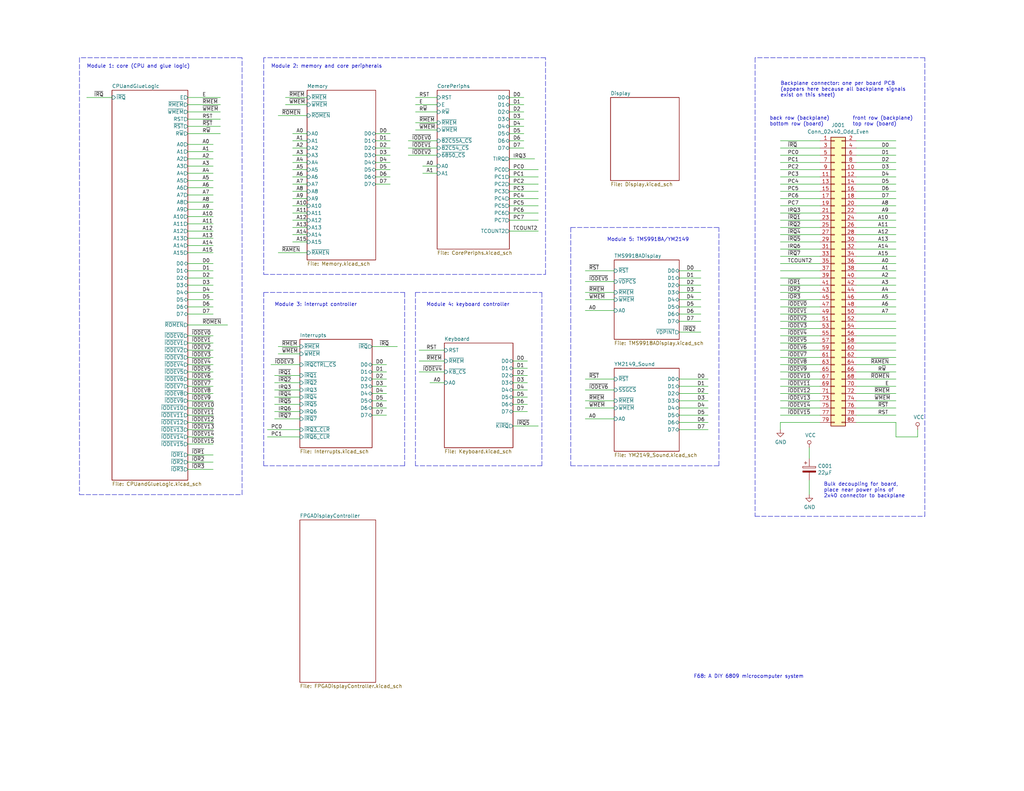
<source format=kicad_sch>
(kicad_sch (version 20250114) (generator "eeschema") (generator_version "9.0")
  (paper "User" 359.994 278.206)
  (lib_symbols
    (symbol "Connector_Generic:Conn_02x40_Odd_Even" (pin_names (offset 1.016) (hide yes))
      (property "Reference" "J" (at 1.27 50.8 0))
      (property "Value" "Conn_02x40_Odd_Even" (at 1.27 -53.34 0))
      (symbol "Conn_02x40_Odd_Even_1_1"
        (rectangle (start -1.27 49.53) (end 3.81 -52.07) (stroke (width 0.254)) (fill (type background)))
        (rectangle (start -1.27 48.387) (end 0 48.133) (stroke (width 0.1524)))
        (rectangle (start -1.27 45.847) (end 0 45.593) (stroke (width 0.1524)))
        (rectangle (start -1.27 43.307) (end 0 43.053) (stroke (width 0.1524)))
        (rectangle (start -1.27 40.767) (end 0 40.513) (stroke (width 0.1524)))
        (rectangle (start -1.27 38.227) (end 0 37.973) (stroke (width 0.1524)))
        (rectangle (start -1.27 35.687) (end 0 35.433) (stroke (width 0.1524)))
        (rectangle (start -1.27 33.147) (end 0 32.893) (stroke (width 0.1524)))
        (rectangle (start -1.27 30.607) (end 0 30.353) (stroke (width 0.1524)))
        (rectangle (start -1.27 28.067) (end 0 27.813) (stroke (width 0.1524)))
        (rectangle (start -1.27 25.527) (end 0 25.273) (stroke (width 0.1524)))
        (rectangle (start -1.27 22.987) (end 0 22.733) (stroke (width 0.1524)))
        (rectangle (start -1.27 20.447) (end 0 20.193) (stroke (width 0.1524)))
        (rectangle (start -1.27 17.907) (end 0 17.653) (stroke (width 0.1524)))
        (rectangle (start -1.27 15.367) (end 0 15.113) (stroke (width 0.1524)))
        (rectangle (start -1.27 12.827) (end 0 12.573) (stroke (width 0.1524)))
        (rectangle (start -1.27 10.287) (end 0 10.033) (stroke (width 0.1524)))
        (rectangle (start -1.27 7.747) (end 0 7.493) (stroke (width 0.1524)))
        (rectangle (start -1.27 5.207) (end 0 4.953) (stroke (width 0.1524)))
        (rectangle (start -1.27 2.667) (end 0 2.413) (stroke (width 0.1524)))
        (rectangle (start -1.27 0.127) (end 0 -0.127) (stroke (width 0.1524)))
        (rectangle (start -1.27 -2.413) (end 0 -2.667) (stroke (width 0.1524)))
        (rectangle (start -1.27 -4.953) (end 0 -5.207) (stroke (width 0.1524)))
        (rectangle (start -1.27 -7.493) (end 0 -7.747) (stroke (width 0.1524)))
        (rectangle (start -1.27 -10.033) (end 0 -10.287) (stroke (width 0.1524)))
        (rectangle (start -1.27 -12.573) (end 0 -12.827) (stroke (width 0.1524)))
        (rectangle (start -1.27 -15.113) (end 0 -15.367) (stroke (width 0.1524)))
        (rectangle (start -1.27 -17.653) (end 0 -17.907) (stroke (width 0.1524)))
        (rectangle (start -1.27 -20.193) (end 0 -20.447) (stroke (width 0.1524)))
        (rectangle (start -1.27 -22.733) (end 0 -22.987) (stroke (width 0.1524)))
        (rectangle (start -1.27 -25.273) (end 0 -25.527) (stroke (width 0.1524)))
        (rectangle (start -1.27 -27.813) (end 0 -28.067) (stroke (width 0.1524)))
        (rectangle (start -1.27 -30.353) (end 0 -30.607) (stroke (width 0.1524)))
        (rectangle (start -1.27 -32.893) (end 0 -33.147) (stroke (width 0.1524)))
        (rectangle (start -1.27 -35.433) (end 0 -35.687) (stroke (width 0.1524)))
        (rectangle (start -1.27 -37.973) (end 0 -38.227) (stroke (width 0.1524)))
        (rectangle (start -1.27 -40.513) (end 0 -40.767) (stroke (width 0.1524)))
        (rectangle (start -1.27 -43.053) (end 0 -43.307) (stroke (width 0.1524)))
        (rectangle (start -1.27 -45.593) (end 0 -45.847) (stroke (width 0.1524)))
        (rectangle (start -1.27 -48.133) (end 0 -48.387) (stroke (width 0.1524)))
        (rectangle (start -1.27 -50.673) (end 0 -50.927) (stroke (width 0.1524)))
        (rectangle (start 3.81 48.387) (end 2.54 48.133) (stroke (width 0.1524)))
        (rectangle (start 3.81 45.847) (end 2.54 45.593) (stroke (width 0.1524)))
        (rectangle (start 3.81 43.307) (end 2.54 43.053) (stroke (width 0.1524)))
        (rectangle (start 3.81 40.767) (end 2.54 40.513) (stroke (width 0.1524)))
        (rectangle (start 3.81 38.227) (end 2.54 37.973) (stroke (width 0.1524)))
        (rectangle (start 3.81 35.687) (end 2.54 35.433) (stroke (width 0.1524)))
        (rectangle (start 3.81 33.147) (end 2.54 32.893) (stroke (width 0.1524)))
        (rectangle (start 3.81 30.607) (end 2.54 30.353) (stroke (width 0.1524)))
        (rectangle (start 3.81 28.067) (end 2.54 27.813) (stroke (width 0.1524)))
        (rectangle (start 3.81 25.527) (end 2.54 25.273) (stroke (width 0.1524)))
        (rectangle (start 3.81 22.987) (end 2.54 22.733) (stroke (width 0.1524)))
        (rectangle (start 3.81 20.447) (end 2.54 20.193) (stroke (width 0.1524)))
        (rectangle (start 3.81 17.907) (end 2.54 17.653) (stroke (width 0.1524)))
        (rectangle (start 3.81 15.367) (end 2.54 15.113) (stroke (width 0.1524)))
        (rectangle (start 3.81 12.827) (end 2.54 12.573) (stroke (width 0.1524)))
        (rectangle (start 3.81 10.287) (end 2.54 10.033) (stroke (width 0.1524)))
        (rectangle (start 3.81 7.747) (end 2.54 7.493) (stroke (width 0.1524)))
        (rectangle (start 3.81 5.207) (end 2.54 4.953) (stroke (width 0.1524)))
        (rectangle (start 3.81 2.667) (end 2.54 2.413) (stroke (width 0.1524)))
        (rectangle (start 3.81 0.127) (end 2.54 -0.127) (stroke (width 0.1524)))
        (rectangle (start 3.81 -2.413) (end 2.54 -2.667) (stroke (width 0.1524)))
        (rectangle (start 3.81 -4.953) (end 2.54 -5.207) (stroke (width 0.1524)))
        (rectangle (start 3.81 -7.493) (end 2.54 -7.747) (stroke (width 0.1524)))
        (rectangle (start 3.81 -10.033) (end 2.54 -10.287) (stroke (width 0.1524)))
        (rectangle (start 3.81 -12.573) (end 2.54 -12.827) (stroke (width 0.1524)))
        (rectangle (start 3.81 -15.113) (end 2.54 -15.367) (stroke (width 0.1524)))
        (rectangle (start 3.81 -17.653) (end 2.54 -17.907) (stroke (width 0.1524)))
        (rectangle (start 3.81 -20.193) (end 2.54 -20.447) (stroke (width 0.1524)))
        (rectangle (start 3.81 -22.733) (end 2.54 -22.987) (stroke (width 0.1524)))
        (rectangle (start 3.81 -25.273) (end 2.54 -25.527) (stroke (width 0.1524)))
        (rectangle (start 3.81 -27.813) (end 2.54 -28.067) (stroke (width 0.1524)))
        (rectangle (start 3.81 -30.353) (end 2.54 -30.607) (stroke (width 0.1524)))
        (rectangle (start 3.81 -32.893) (end 2.54 -33.147) (stroke (width 0.1524)))
        (rectangle (start 3.81 -35.433) (end 2.54 -35.687) (stroke (width 0.1524)))
        (rectangle (start 3.81 -37.973) (end 2.54 -38.227) (stroke (width 0.1524)))
        (rectangle (start 3.81 -40.513) (end 2.54 -40.767) (stroke (width 0.1524)))
        (rectangle (start 3.81 -43.053) (end 2.54 -43.307) (stroke (width 0.1524)))
        (rectangle (start 3.81 -45.593) (end 2.54 -45.847) (stroke (width 0.1524)))
        (rectangle (start 3.81 -48.133) (end 2.54 -48.387) (stroke (width 0.1524)))
        (rectangle (start 3.81 -50.673) (end 2.54 -50.927) (stroke (width 0.1524)))
        (pin passive line (at -5.08 48.26 0) (length 3.81) (name "Pin_1") (number "1"))
        (pin passive line (at -5.08 45.72 0) (length 3.81) (name "Pin_3") (number "3"))
        (pin passive line (at -5.08 43.18 0) (length 3.81) (name "Pin_5") (number "5"))
        (pin passive line (at -5.08 40.64 0) (length 3.81) (name "Pin_7") (number "7"))
        (pin passive line (at -5.08 38.1 0) (length 3.81) (name "Pin_9") (number "9"))
        (pin passive line (at -5.08 35.56 0) (length 3.81) (name "Pin_11") (number "11"))
        (pin passive line (at -5.08 33.02 0) (length 3.81) (name "Pin_13") (number "13"))
        (pin passive line (at -5.08 30.48 0) (length 3.81) (name "Pin_15") (number "15"))
        (pin passive line (at -5.08 27.94 0) (length 3.81) (name "Pin_17") (number "17"))
        (pin passive line (at -5.08 25.4 0) (length 3.81) (name "Pin_19") (number "19"))
        (pin passive line (at -5.08 22.86 0) (length 3.81) (name "Pin_21") (number "21"))
        (pin passive line (at -5.08 20.32 0) (length 3.81) (name "Pin_23") (number "23"))
        (pin passive line (at -5.08 17.78 0) (length 3.81) (name "Pin_25") (number "25"))
        (pin passive line (at -5.08 15.24 0) (length 3.81) (name "Pin_27") (number "27"))
        (pin passive line (at -5.08 12.7 0) (length 3.81) (name "Pin_29") (number "29"))
        (pin passive line (at -5.08 10.16 0) (length 3.81) (name "Pin_31") (number "31"))
        (pin passive line (at -5.08 7.62 0) (length 3.81) (name "Pin_33") (number "33"))
        (pin passive line (at -5.08 5.08 0) (length 3.81) (name "Pin_35") (number "35"))
        (pin passive line (at -5.08 2.54 0) (length 3.81) (name "Pin_37") (number "37"))
        (pin passive line (at -5.08 0 0) (length 3.81) (name "Pin_39") (number "39"))
        (pin passive line (at -5.08 -2.54 0) (length 3.81) (name "Pin_41") (number "41"))
        (pin passive line (at -5.08 -5.08 0) (length 3.81) (name "Pin_43") (number "43"))
        (pin passive line (at -5.08 -7.62 0) (length 3.81) (name "Pin_45") (number "45"))
        (pin passive line (at -5.08 -10.16 0) (length 3.81) (name "Pin_47") (number "47"))
        (pin passive line (at -5.08 -12.7 0) (length 3.81) (name "Pin_49") (number "49"))
        (pin passive line (at -5.08 -15.24 0) (length 3.81) (name "Pin_51") (number "51"))
        (pin passive line (at -5.08 -17.78 0) (length 3.81) (name "Pin_53") (number "53"))
        (pin passive line (at -5.08 -20.32 0) (length 3.81) (name "Pin_55") (number "55"))
        (pin passive line (at -5.08 -22.86 0) (length 3.81) (name "Pin_57") (number "57"))
        (pin passive line (at -5.08 -25.4 0) (length 3.81) (name "Pin_59") (number "59"))
        (pin passive line (at -5.08 -27.94 0) (length 3.81) (name "Pin_61") (number "61"))
        (pin passive line (at -5.08 -30.48 0) (length 3.81) (name "Pin_63") (number "63"))
        (pin passive line (at -5.08 -33.02 0) (length 3.81) (name "Pin_65") (number "65"))
        (pin passive line (at -5.08 -35.56 0) (length 3.81) (name "Pin_67") (number "67"))
        (pin passive line (at -5.08 -38.1 0) (length 3.81) (name "Pin_69") (number "69"))
        (pin passive line (at -5.08 -40.64 0) (length 3.81) (name "Pin_71") (number "71"))
        (pin passive line (at -5.08 -43.18 0) (length 3.81) (name "Pin_73") (number "73"))
        (pin passive line (at -5.08 -45.72 0) (length 3.81) (name "Pin_75") (number "75"))
        (pin passive line (at -5.08 -48.26 0) (length 3.81) (name "Pin_77") (number "77"))
        (pin passive line (at -5.08 -50.8 0) (length 3.81) (name "Pin_79") (number "79"))
        (pin passive line (at 7.62 48.26 180) (length 3.81) (name "Pin_2") (number "2"))
        (pin passive line (at 7.62 45.72 180) (length 3.81) (name "Pin_4") (number "4"))
        (pin passive line (at 7.62 43.18 180) (length 3.81) (name "Pin_6") (number "6"))
        (pin passive line (at 7.62 40.64 180) (length 3.81) (name "Pin_8") (number "8"))
        (pin passive line (at 7.62 38.1 180) (length 3.81) (name "Pin_10") (number "10"))
        (pin passive line (at 7.62 35.56 180) (length 3.81) (name "Pin_12") (number "12"))
        (pin passive line (at 7.62 33.02 180) (length 3.81) (name "Pin_14") (number "14"))
        (pin passive line (at 7.62 30.48 180) (length 3.81) (name "Pin_16") (number "16"))
        (pin passive line (at 7.62 27.94 180) (length 3.81) (name "Pin_18") (number "18"))
        (pin passive line (at 7.62 25.4 180) (length 3.81) (name "Pin_20") (number "20"))
        (pin passive line (at 7.62 22.86 180) (length 3.81) (name "Pin_22") (number "22"))
        (pin passive line (at 7.62 20.32 180) (length 3.81) (name "Pin_24") (number "24"))
        (pin passive line (at 7.62 17.78 180) (length 3.81) (name "Pin_26") (number "26"))
        (pin passive line (at 7.62 15.24 180) (length 3.81) (name "Pin_28") (number "28"))
        (pin passive line (at 7.62 12.7 180) (length 3.81) (name "Pin_30") (number "30"))
        (pin passive line (at 7.62 10.16 180) (length 3.81) (name "Pin_32") (number "32"))
        (pin passive line (at 7.62 7.62 180) (length 3.81) (name "Pin_34") (number "34"))
        (pin passive line (at 7.62 5.08 180) (length 3.81) (name "Pin_36") (number "36"))
        (pin passive line (at 7.62 2.54 180) (length 3.81) (name "Pin_38") (number "38"))
        (pin passive line (at 7.62 0 180) (length 3.81) (name "Pin_40") (number "40"))
        (pin passive line (at 7.62 -2.54 180) (length 3.81) (name "Pin_42") (number "42"))
        (pin passive line (at 7.62 -5.08 180) (length 3.81) (name "Pin_44") (number "44"))
        (pin passive line (at 7.62 -7.62 180) (length 3.81) (name "Pin_46") (number "46"))
        (pin passive line (at 7.62 -10.16 180) (length 3.81) (name "Pin_48") (number "48"))
        (pin passive line (at 7.62 -12.7 180) (length 3.81) (name "Pin_50") (number "50"))
        (pin passive line (at 7.62 -15.24 180) (length 3.81) (name "Pin_52") (number "52"))
        (pin passive line (at 7.62 -17.78 180) (length 3.81) (name "Pin_54") (number "54"))
        (pin passive line (at 7.62 -20.32 180) (length 3.81) (name "Pin_56") (number "56"))
        (pin passive line (at 7.62 -22.86 180) (length 3.81) (name "Pin_58") (number "58"))
        (pin passive line (at 7.62 -25.4 180) (length 3.81) (name "Pin_60") (number "60"))
        (pin passive line (at 7.62 -27.94 180) (length 3.81) (name "Pin_62") (number "62"))
        (pin passive line (at 7.62 -30.48 180) (length 3.81) (name "Pin_64") (number "64"))
        (pin passive line (at 7.62 -33.02 180) (length 3.81) (name "Pin_66") (number "66"))
        (pin passive line (at 7.62 -35.56 180) (length 3.81) (name "Pin_68") (number "68"))
        (pin passive line (at 7.62 -38.1 180) (length 3.81) (name "Pin_70") (number "70"))
        (pin passive line (at 7.62 -40.64 180) (length 3.81) (name "Pin_72") (number "72"))
        (pin passive line (at 7.62 -43.18 180) (length 3.81) (name "Pin_74") (number "74"))
        (pin passive line (at 7.62 -45.72 180) (length 3.81) (name "Pin_76") (number "76"))
        (pin passive line (at 7.62 -48.26 180) (length 3.81) (name "Pin_78") (number "78"))
        (pin passive line (at 7.62 -50.8 180) (length 3.81) (name "Pin_80") (number "80"))
      )
    )
    (symbol "device:CP" (pin_numbers (hide yes)) (pin_names (offset 0.254))
      (property "Reference" "C" (at 0.635 2.54 0))
      (property "Value" "CP" (at 0.635 -2.54 0))
      (symbol "CP_0_1"
        (rectangle (start -2.286 0.508) (end -2.286 1.016))
        (rectangle (start -2.286 0.508) (end 2.286 0.508))
        (polyline (pts (xy -1.778 2.286) (xy -0.762 2.286)))
        (polyline (pts (xy -1.27 2.794) (xy -1.27 1.778)))
        (rectangle (start 2.286 1.016) (end -2.286 1.016))
        (rectangle (start 2.286 1.016) (end 2.286 0.508))
        (rectangle (start 2.286 -0.508) (end -2.286 -1.016) (fill (type outline)))
      )
      (symbol "CP_1_1"
        (pin passive line (at 0 3.81 270) (length 2.794) (name "~") (number "1"))
        (pin passive line (at 0 -3.81 90) (length 2.794) (name "~") (number "2"))
      )
    )
    (symbol "power:GND" (power) (pin_names (offset 0))
      (property "Value" "GND" (at 0 -3.81 0))
      (symbol "GND_0_1"
        (polyline (pts (xy 0 0) (xy 0 -1.27) (xy 1.27 -1.27) (xy 0 -2.54) (xy -1.27 -1.27) (xy 0 -1.27)))
      )
      (symbol "GND_1_1"
        (pin power_in line (at 0 0 270) (length 0) (hide yes) (name "GND") (number "1"))
      )
    )
    (symbol "power:VCC" (power) (pin_names (offset 0))
      (property "Value" "VCC" (at 0 3.81 0))
      (symbol "VCC_0_1"
        (circle (center 0 1.905) (radius 0.635))
        (polyline (pts (xy 0 0) (xy 0 1.27)))
      )
      (symbol "VCC_1_1"
        (pin power_in line (at 0 0 90) (length 0) (hide yes) (name "VCC") (number "1"))
      )
    )
  )
  (text "Module 4: keyboard controller" (at 149.86 107.95 0) (effects (font (size 1.27 1.27)) (justify left bottom)))
  (text "Module 1: core (CPU and glue logic)" (at 30.48 24.13 0) (effects (font (size 1.27 1.27)) (justify left bottom)))
  (text "Module 3: interrupt controller" (at 96.52 107.95 0) (effects (font (size 1.27 1.27)) (justify left bottom)))
  (text "back row (backplane)\nbottom row (board)" (at 270.51 44.45 0) (effects (font (size 1.27 1.27)) (justify left bottom)))
  (text "Module 5: TMS9918A/YM2149" (at 213.36 85.09 0) (effects (font (size 1.27 1.27)) (justify left bottom)))
  (text "Backplane connector: one per board PCB\n(appears here because all backplane signals\nexist on this sheet)" (at 274.32 34.29 0) (effects (font (size 1.27 1.27)) (justify left bottom)))
  (text "front row (backplane)\ntop row (board)" (at 299.72 44.45 0) (effects (font (size 1.27 1.27)) (justify left bottom)))
  (text "Module 2: memory and core peripherals" (at 95.25 24.13 0) (effects (font (size 1.27 1.27)) (justify left bottom)))
  (text "F68: A DIY 6809 microcomputer system" (at 243.84 238.76 0) (effects (font (size 1.27 1.27)) (justify left bottom)))
  (text "Bulk decoupling for board,\nplace near power pins of\n2x40 connector to backplane" (at 289.56 175.26 0) (effects (font (size 1.27 1.27)) (justify left bottom)))
  (wire (pts (xy 102.87 82.55) (xy 107.95 82.55)))
  (wire (pts (xy 130.81 138.43) (xy 135.89 138.43)))
  (wire (pts (xy 130.81 135.89) (xy 135.89 135.89)))
  (wire (pts (xy 300.99 138.43) (xy 314.96 138.43)))
  (wire (pts (xy 66.04 118.11) (xy 74.93 118.11)))
  (wire (pts (xy 147.32 123.19) (xy 156.21 123.19)))
  (wire (pts (xy 274.32 82.55) (xy 288.29 82.55)))
  (wire (pts (xy 102.87 59.69) (xy 107.95 59.69)))
  (wire (pts (xy 274.32 80.01) (xy 288.29 80.01)))
  (wire (pts (xy 97.79 40.64) (xy 107.95 40.64)))
  (wire (pts (xy 274.32 54.61) (xy 288.29 54.61)))
  (wire (pts (xy 300.99 130.81) (xy 314.96 130.81)))
  (wire (pts (xy 139.7 121.92) (xy 130.81 121.92)))
  (wire (pts (xy 300.99 87.63) (xy 314.96 87.63)))
  (wire (pts (xy 238.76 105.41) (xy 246.38 105.41)))
  (wire (pts (xy 238.76 100.33) (xy 246.38 100.33)))
  (wire (pts (xy 153.67 34.29) (xy 146.05 34.29)))
  (wire (pts (xy 274.32 85.09) (xy 288.29 85.09)))
  (wire (pts (xy 300.99 148.59) (xy 314.96 148.59)))
  (wire (pts (xy 102.87 64.77) (xy 107.95 64.77)))
  (wire (pts (xy 274.32 105.41) (xy 288.29 105.41)))
  (wire (pts (xy 180.34 134.62) (xy 185.42 134.62)))
  (wire (pts (xy 180.34 127) (xy 185.42 127)))
  (wire (pts (xy 300.99 49.53) (xy 314.96 49.53)))
  (wire (pts (xy 66.04 128.27) (xy 74.93 128.27)))
  (wire (pts (xy 66.04 120.65) (xy 74.93 120.65)))
  (wire (pts (xy 102.87 52.07) (xy 107.95 52.07)))
  (wire (pts (xy 238.76 135.89) (xy 248.92 135.89)))
  (wire (pts (xy 143.51 52.07) (xy 153.67 52.07)))
  (wire (pts (xy 300.99 146.05) (xy 314.96 146.05)))
  (wire (pts (xy 66.04 88.9) (xy 74.93 88.9)))
  (wire (pts (xy 300.99 95.25) (xy 314.96 95.25)))
  (wire (pts (xy 132.08 46.99) (xy 137.16 46.99)))
  (wire (pts (xy 66.04 102.87) (xy 74.93 102.87)))
  (wire (pts (xy 96.52 139.7) (xy 105.41 139.7)))
  (wire (pts (xy 238.76 138.43) (xy 248.92 138.43)))
  (wire (pts (xy 205.74 140.97) (xy 215.9 140.97)))
  (wire (pts (xy 179.07 72.39) (xy 189.23 72.39)))
  (wire (pts (xy 274.32 77.47) (xy 288.29 77.47)))
  (wire (pts (xy 322.58 153.67) (xy 322.58 151.13)))
  (wire (pts (xy 66.04 83.82) (xy 74.93 83.82)))
  (wire (pts (xy 300.99 62.23) (xy 314.96 62.23)))
  (polyline (pts (xy 325.12 181.61) (xy 325.12 20.32)) (stroke (width 0) (type dash)))
  (wire (pts (xy 66.04 105.41) (xy 74.93 105.41)))
  (wire (pts (xy 66.04 153.67) (xy 74.93 153.67)))
  (wire (pts (xy 274.32 128.27) (xy 288.29 128.27)))
  (wire (pts (xy 300.99 107.95) (xy 314.96 107.95)))
  (wire (pts (xy 180.34 139.7) (xy 185.42 139.7)))
  (wire (pts (xy 238.76 116.84) (xy 246.38 116.84)))
  (wire (pts (xy 274.32 107.95) (xy 288.29 107.95)))
  (wire (pts (xy 179.07 77.47) (xy 189.23 77.47)))
  (wire (pts (xy 66.04 76.2) (xy 74.93 76.2)))
  (polyline (pts (xy 142.24 163.83) (xy 92.71 163.83)) (stroke (width 0) (type dash)))
  (wire (pts (xy 238.76 133.35) (xy 248.92 133.35)))
  (wire (pts (xy 274.32 118.11) (xy 288.29 118.11)))
  (wire (pts (xy 66.04 34.29) (xy 77.47 34.29)))
  (wire (pts (xy 66.04 50.8) (xy 74.93 50.8)))
  (wire (pts (xy 153.67 36.83) (xy 146.05 36.83)))
  (wire (pts (xy 66.04 78.74) (xy 74.93 78.74)))
  (wire (pts (xy 300.99 69.85) (xy 314.96 69.85)))
  (wire (pts (xy 274.32 125.73) (xy 288.29 125.73)))
  (wire (pts (xy 66.04 114.3) (xy 80.01 114.3)))
  (wire (pts (xy 66.04 146.05) (xy 74.93 146.05)))
  (wire (pts (xy 300.99 133.35) (xy 314.96 133.35)))
  (wire (pts (xy 274.32 67.31) (xy 288.29 67.31)))
  (wire (pts (xy 66.04 46.99) (xy 77.47 46.99)))
  (wire (pts (xy 300.99 54.61) (xy 314.96 54.61)))
  (wire (pts (xy 179.07 59.69) (xy 189.23 59.69)))
  (wire (pts (xy 179.07 81.28) (xy 189.23 81.28)))
  (wire (pts (xy 238.76 146.05) (xy 248.92 146.05)))
  (wire (pts (xy 314.96 148.59) (xy 314.96 153.67)))
  (wire (pts (xy 274.32 138.43) (xy 288.29 138.43)))
  (wire (pts (xy 300.99 100.33) (xy 314.96 100.33)))
  (wire (pts (xy 130.81 130.81) (xy 135.89 130.81)))
  (wire (pts (xy 205.74 105.41) (xy 215.9 105.41)))
  (wire (pts (xy 66.04 58.42) (xy 74.93 58.42)))
  (wire (pts (xy 274.32 115.57) (xy 288.29 115.57)))
  (wire (pts (xy 96.52 134.62) (xy 105.41 134.62)))
  (polyline (pts (xy 252.73 163.83) (xy 252.73 80.01)) (stroke (width 0) (type dash)))
  (polyline (pts (xy 85.09 173.99) (xy 85.09 20.32)) (stroke (width 0) (type dash)))
  (wire (pts (xy 102.87 46.99) (xy 107.95 46.99)))
  (wire (pts (xy 274.32 69.85) (xy 288.29 69.85)))
  (wire (pts (xy 300.99 128.27) (xy 314.96 128.27)))
  (wire (pts (xy 274.32 74.93) (xy 288.29 74.93)))
  (wire (pts (xy 66.04 92.71) (xy 74.93 92.71)))
  (wire (pts (xy 180.34 149.86) (xy 189.23 149.86)))
  (wire (pts (xy 300.99 118.11) (xy 314.96 118.11)))
  (wire (pts (xy 66.04 97.79) (xy 74.93 97.79)))
  (wire (pts (xy 179.07 41.91) (xy 184.15 41.91)))
  (wire (pts (xy 300.99 125.73) (xy 314.96 125.73)))
  (wire (pts (xy 102.87 54.61) (xy 107.95 54.61)))
  (wire (pts (xy 148.59 60.96) (xy 153.67 60.96)))
  (wire (pts (xy 274.32 146.05) (xy 288.29 146.05)))
  (wire (pts (xy 66.04 138.43) (xy 74.93 138.43)))
  (wire (pts (xy 274.32 72.39) (xy 288.29 72.39)))
  (wire (pts (xy 66.04 140.97) (xy 74.93 140.97)))
  (polyline (pts (xy 142.24 102.87) (xy 142.24 163.83)) (stroke (width 0) (type dash)))
  (wire (pts (xy 66.04 55.88) (xy 74.93 55.88)))
  (wire (pts (xy 179.07 46.99) (xy 184.15 46.99)))
  (wire (pts (xy 205.74 147.32) (xy 215.9 147.32)))
  (wire (pts (xy 107.95 88.9) (xy 97.79 88.9)))
  (wire (pts (xy 66.04 100.33) (xy 74.93 100.33)))
  (polyline (pts (xy 92.71 96.52) (xy 191.77 96.52)) (stroke (width 0) (type dash)))
  (wire (pts (xy 300.99 105.41) (xy 314.96 105.41)))
  (wire (pts (xy 97.79 121.92) (xy 105.41 121.92)))
  (wire (pts (xy 179.07 67.31) (xy 189.23 67.31)))
  (wire (pts (xy 300.99 97.79) (xy 314.96 97.79)))
  (wire (pts (xy 66.04 143.51) (xy 74.93 143.51)))
  (wire (pts (xy 143.51 54.61) (xy 153.67 54.61)))
  (wire (pts (xy 180.34 132.08) (xy 185.42 132.08)))
  (wire (pts (xy 102.87 69.85) (xy 107.95 69.85)))
  (wire (pts (xy 96.52 147.32) (xy 105.41 147.32)))
  (wire (pts (xy 274.32 133.35) (xy 288.29 133.35)))
  (wire (pts (xy 300.99 92.71) (xy 314.96 92.71)))
  (polyline (pts (xy 325.12 20.32) (xy 265.43 20.32)) (stroke (width 0) (type dash)))
  (wire (pts (xy 132.08 64.77) (xy 137.16 64.77)))
  (wire (pts (xy 274.32 57.15) (xy 288.29 57.15)))
  (wire (pts (xy 132.08 54.61) (xy 137.16 54.61)))
  (wire (pts (xy 66.04 36.83) (xy 77.47 36.83)))
  (wire (pts (xy 300.99 143.51) (xy 314.96 143.51)))
  (wire (pts (xy 179.07 52.07) (xy 184.15 52.07)))
  (wire (pts (xy 274.32 52.07) (xy 288.29 52.07)))
  (wire (pts (xy 300.99 67.31) (xy 314.96 67.31)))
  (wire (pts (xy 66.04 130.81) (xy 74.93 130.81)))
  (wire (pts (xy 147.32 130.81) (xy 156.21 130.81)))
  (wire (pts (xy 274.32 97.79) (xy 288.29 97.79)))
  (wire (pts (xy 179.07 49.53) (xy 184.15 49.53)))
  (wire (pts (xy 205.74 133.35) (xy 215.9 133.35)))
  (wire (pts (xy 146.05 45.72) (xy 153.67 45.72)))
  (polyline (pts (xy 200.66 80.01) (xy 200.66 163.83)) (stroke (width 0) (type dash)))
  (wire (pts (xy 102.87 85.09) (xy 107.95 85.09)))
  (wire (pts (xy 274.32 62.23) (xy 288.29 62.23)))
  (polyline (pts (xy 265.43 181.61) (xy 325.12 181.61)) (stroke (width 0) (type dash)))
  (wire (pts (xy 274.32 130.81) (xy 288.29 130.81)))
  (wire (pts (xy 238.76 95.25) (xy 246.38 95.25)))
  (wire (pts (xy 66.04 107.95) (xy 74.93 107.95)))
  (wire (pts (xy 274.32 59.69) (xy 288.29 59.69)))
  (wire (pts (xy 300.99 110.49) (xy 314.96 110.49)))
  (wire (pts (xy 284.48 161.29) (xy 284.48 157.48)))
  (wire (pts (xy 205.74 143.51) (xy 215.9 143.51)))
  (polyline (pts (xy 92.71 102.87) (xy 142.24 102.87)) (stroke (width 0) (type dash)))
  (wire (pts (xy 300.99 113.03) (xy 314.96 113.03)))
  (wire (pts (xy 274.32 87.63) (xy 288.29 87.63)))
  (wire (pts (xy 66.04 135.89) (xy 74.93 135.89)))
  (wire (pts (xy 300.99 135.89) (xy 314.96 135.89)))
  (wire (pts (xy 66.04 165.1) (xy 74.93 165.1)))
  (wire (pts (xy 102.87 77.47) (xy 107.95 77.47)))
  (wire (pts (xy 300.99 72.39) (xy 314.96 72.39)))
  (wire (pts (xy 102.87 72.39) (xy 107.95 72.39)))
  (wire (pts (xy 300.99 123.19) (xy 314.96 123.19)))
  (wire (pts (xy 300.99 82.55) (xy 314.96 82.55)))
  (wire (pts (xy 66.04 95.25) (xy 74.93 95.25)))
  (wire (pts (xy 238.76 107.95) (xy 246.38 107.95)))
  (polyline (pts (xy 92.71 20.32) (xy 92.71 96.52)) (stroke (width 0) (type dash)))
  (wire (pts (xy 238.76 110.49) (xy 246.38 110.49)))
  (wire (pts (xy 179.07 74.93) (xy 189.23 74.93)))
  (polyline (pts (xy 146.05 102.87) (xy 190.5 102.87)) (stroke (width 0) (type dash)))
  (wire (pts (xy 274.32 110.49) (xy 288.29 110.49)))
  (wire (pts (xy 102.87 67.31) (xy 107.95 67.31)))
  (polyline (pts (xy 191.77 96.52) (xy 191.77 20.32)) (stroke (width 0) (type dash)))
  (wire (pts (xy 274.32 95.25) (xy 288.29 95.25)))
  (polyline (pts (xy 27.94 173.99) (xy 85.09 173.99)) (stroke (width 0) (type dash)))
  (wire (pts (xy 179.07 36.83) (xy 184.15 36.83)))
  (wire (pts (xy 300.99 140.97) (xy 314.96 140.97)))
  (wire (pts (xy 151.13 134.62) (xy 156.21 134.62)))
  (wire (pts (xy 179.07 44.45) (xy 184.15 44.45)))
  (wire (pts (xy 66.04 41.91) (xy 77.47 41.91)))
  (wire (pts (xy 102.87 62.23) (xy 107.95 62.23)))
  (wire (pts (xy 66.04 73.66) (xy 74.93 73.66)))
  (wire (pts (xy 66.04 162.56) (xy 74.93 162.56)))
  (wire (pts (xy 66.04 39.37) (xy 77.47 39.37)))
  (wire (pts (xy 66.04 86.36) (xy 74.93 86.36)))
  (wire (pts (xy 205.74 102.87) (xy 215.9 102.87)))
  (wire (pts (xy 130.81 140.97) (xy 135.89 140.97)))
  (wire (pts (xy 238.76 148.59) (xy 248.92 148.59)))
  (wire (pts (xy 274.32 148.59) (xy 288.29 148.59)))
  (wire (pts (xy 66.04 71.12) (xy 74.93 71.12)))
  (wire (pts (xy 132.08 52.07) (xy 137.16 52.07)))
  (wire (pts (xy 130.81 146.05) (xy 135.89 146.05)))
  (wire (pts (xy 179.07 39.37) (xy 184.15 39.37)))
  (wire (pts (xy 132.08 62.23) (xy 137.16 62.23)))
  (wire (pts (xy 238.76 143.51) (xy 248.92 143.51)))
  (wire (pts (xy 274.32 64.77) (xy 288.29 64.77)))
  (wire (pts (xy 66.04 66.04) (xy 74.93 66.04)))
  (wire (pts (xy 300.99 74.93) (xy 314.96 74.93)))
  (wire (pts (xy 274.32 123.19) (xy 288.29 123.19)))
  (wire (pts (xy 132.08 49.53) (xy 137.16 49.53)))
  (wire (pts (xy 300.99 59.69) (xy 314.96 59.69)))
  (wire (pts (xy 66.04 81.28) (xy 74.93 81.28)))
  (wire (pts (xy 274.32 100.33) (xy 288.29 100.33)))
  (wire (pts (xy 66.04 148.59) (xy 74.93 148.59)))
  (wire (pts (xy 93.98 151.13) (xy 105.41 151.13)))
  (wire (pts (xy 102.87 80.01) (xy 107.95 80.01)))
  (wire (pts (xy 95.25 128.27) (xy 105.41 128.27)))
  (wire (pts (xy 179.07 55.88) (xy 187.96 55.88)))
  (wire (pts (xy 96.52 137.16) (xy 105.41 137.16)))
  (wire (pts (xy 147.32 127) (xy 156.21 127)))
  (wire (pts (xy 93.98 153.67) (xy 105.41 153.67)))
  (wire (pts (xy 148.59 58.42) (xy 153.67 58.42)))
  (wire (pts (xy 66.04 60.96) (xy 74.93 60.96)))
  (wire (pts (xy 314.96 153.67) (xy 322.58 153.67)))
  (wire (pts (xy 300.99 115.57) (xy 314.96 115.57)))
  (polyline (pts (xy 190.5 102.87) (xy 190.5 163.83)) (stroke (width 0) (type dash)))
  (wire (pts (xy 238.76 102.87) (xy 246.38 102.87)))
  (wire (pts (xy 274.32 140.97) (xy 288.29 140.97)))
  (wire (pts (xy 66.04 44.45) (xy 77.47 44.45)))
  (wire (pts (xy 143.51 49.53) (xy 153.67 49.53)))
  (polyline (pts (xy 190.5 163.83) (xy 146.05 163.83)) (stroke (width 0) (type dash)))
  (wire (pts (xy 96.52 144.78) (xy 105.41 144.78)))
  (wire (pts (xy 102.87 57.15) (xy 107.95 57.15)))
  (wire (pts (xy 66.04 125.73) (xy 74.93 125.73)))
  (wire (pts (xy 300.99 77.47) (xy 314.96 77.47)))
  (wire (pts (xy 66.04 53.34) (xy 74.93 53.34)))
  (wire (pts (xy 274.32 135.89) (xy 288.29 135.89)))
  (wire (pts (xy 274.32 148.59) (xy 274.32 151.13)))
  (wire (pts (xy 100.33 36.83) (xy 107.95 36.83)))
  (wire (pts (xy 66.04 151.13) (xy 74.93 151.13)))
  (wire (pts (xy 274.32 49.53) (xy 288.29 49.53)))
  (wire (pts (xy 300.99 102.87) (xy 314.96 102.87)))
  (wire (pts (xy 205.74 137.16) (xy 215.9 137.16)))
  (wire (pts (xy 66.04 160.02) (xy 74.93 160.02)))
  (wire (pts (xy 274.32 143.51) (xy 288.29 143.51)))
  (wire (pts (xy 274.32 90.17) (xy 288.29 90.17)))
  (polyline (pts (xy 191.77 20.32) (xy 92.71 20.32)) (stroke (width 0) (type dash)))
  (wire (pts (xy 179.07 64.77) (xy 189.23 64.77)))
  (wire (pts (xy 130.81 128.27) (xy 135.89 128.27)))
  (wire (pts (xy 96.52 132.08) (xy 105.41 132.08)))
  (wire (pts (xy 66.04 63.5) (xy 74.93 63.5)))
  (wire (pts (xy 97.79 124.46) (xy 105.41 124.46)))
  (wire (pts (xy 66.04 156.21) (xy 74.93 156.21)))
  (wire (pts (xy 180.34 129.54) (xy 185.42 129.54)))
  (wire (pts (xy 96.52 142.24) (xy 105.41 142.24)))
  (wire (pts (xy 274.32 120.65) (xy 288.29 120.65)))
  (wire (pts (xy 130.81 143.51) (xy 135.89 143.51)))
  (polyline (pts (xy 92.71 163.83) (xy 92.71 102.87)) (stroke (width 0) (type dash)))
  (wire (pts (xy 179.07 69.85) (xy 189.23 69.85)))
  (wire (pts (xy 238.76 113.03) (xy 246.38 113.03)))
  (wire (pts (xy 179.07 34.29) (xy 184.15 34.29)))
  (wire (pts (xy 130.81 133.35) (xy 135.89 133.35)))
  (wire (pts (xy 66.04 123.19) (xy 74.93 123.19)))
  (wire (pts (xy 205.74 109.22) (xy 215.9 109.22)))
  (wire (pts (xy 180.34 142.24) (xy 185.42 142.24)))
  (wire (pts (xy 66.04 68.58) (xy 74.93 68.58)))
  (polyline (pts (xy 85.09 20.32) (xy 27.94 20.32)) (stroke (width 0) (type dash)))
  (wire (pts (xy 66.04 133.35) (xy 74.93 133.35)))
  (wire (pts (xy 132.08 59.69) (xy 137.16 59.69)))
  (wire (pts (xy 284.48 168.91) (xy 284.48 173.99)))
  (wire (pts (xy 238.76 97.79) (xy 246.38 97.79)))
  (wire (pts (xy 300.99 90.17) (xy 314.96 90.17)))
  (wire (pts (xy 274.32 92.71) (xy 288.29 92.71)))
  (wire (pts (xy 300.99 120.65) (xy 314.96 120.65)))
  (wire (pts (xy 100.33 34.29) (xy 107.95 34.29)))
  (wire (pts (xy 274.32 102.87) (xy 288.29 102.87)))
  (polyline (pts (xy 200.66 163.83) (xy 252.73 163.83)) (stroke (width 0) (type dash)))
  (polyline (pts (xy 265.43 20.32) (xy 265.43 181.61)) (stroke (width 0) (type dash)))
  (polyline (pts (xy 27.94 20.32) (xy 27.94 173.99)) (stroke (width 0) (type dash)))
  (wire (pts (xy 132.08 57.15) (xy 137.16 57.15)))
  (polyline (pts (xy 146.05 163.83) (xy 146.05 102.87)) (stroke (width 0) (type dash)))
  (wire (pts (xy 180.34 144.78) (xy 185.42 144.78)))
  (wire (pts (xy 300.99 64.77) (xy 314.96 64.77)))
  (wire (pts (xy 180.34 137.16) (xy 185.42 137.16)))
  (wire (pts (xy 274.32 113.03) (xy 288.29 113.03)))
  (wire (pts (xy 179.07 62.23) (xy 189.23 62.23)))
  (wire (pts (xy 238.76 151.13) (xy 248.92 151.13)))
  (wire (pts (xy 66.04 110.49) (xy 74.93 110.49)))
  (wire (pts (xy 300.99 52.07) (xy 314.96 52.07)))
  (wire (pts (xy 39.37 34.29) (xy 30.48 34.29)))
  (polyline (pts (xy 200.66 80.01) (xy 252.73 80.01)) (stroke (width 0) (type dash)))
  (wire (pts (xy 102.87 49.53) (xy 107.95 49.53)))
  (wire (pts (xy 300.99 57.15) (xy 314.96 57.15)))
  (wire (pts (xy 205.74 95.25) (xy 215.9 95.25)))
  (wire (pts (xy 153.67 39.37) (xy 146.05 39.37)))
  (wire (pts (xy 238.76 140.97) (xy 248.92 140.97)))
  (wire (pts (xy 102.87 74.93) (xy 107.95 74.93)))
  (wire (pts (xy 146.05 43.18) (xy 153.67 43.18)))
  (wire (pts (xy 205.74 99.06) (xy 215.9 99.06)))
  (wire (pts (xy 300.99 85.09) (xy 314.96 85.09)))
  (wire (pts (xy 300.99 80.01) (xy 314.96 80.01)))
  (label "PC1" (at 95.25 153.67 0))
  (label "D4" (at 133.35 57.15 0))
  (label "D5" (at 245.11 146.05 0))
  (label "D6" (at 180.34 49.53 0))
  (label "~{IODEV0}" (at 144.78 49.53 0))
  (label "D3" (at 309.88 59.69 0))
  (label "A5" (at 104.14 59.69 0))
  (label "~{IRQ4}" (at 276.86 82.55 0))
  (label "~{IODEV10}" (at 67.31 143.51 0))
  (label "D6" (at 241.3 110.49 0))
  (label "A11" (at 308.61 80.01 0))
  (label "A0" (at 149.86 58.42 0))
  (label "D2" (at 180.34 39.37 0))
  (label "~{IODEV2}" (at 67.31 123.19 0))
  (label "D2" (at 309.88 57.15 0))
  (label "D2" (at 133.35 52.07 0))
  (label "~{IODEV5}" (at 207.01 99.06 0))
  (label "PC0" (at 180.34 59.69 0))
  (label "~{RST}" (at 71.12 44.45 0))
  (label "PC3" (at 276.86 62.23 0))
  (label "D4" (at 71.12 102.87 0))
  (label "A0" (at 104.14 46.99 0))
  (label "PC0" (at 276.86 54.61 0))
  (label "D6" (at 181.61 142.24 0))
  (label "~{IODEV3}" (at 276.86 115.57 0))
  (label "A0" (at 207.01 147.32 0))
  (label "~{IODEV1}" (at 144.78 52.07 0))
  (label "D3" (at 180.34 41.91 0))
  (label "D3" (at 241.3 102.87 0))
  (label "A9" (at 309.88 74.93 0))
  (label "~{IOR1}" (at 67.31 160.02 0))
  (label "~{IRQ4}" (at 97.79 139.7 0))
  (label "~{IODEV4}" (at 148.59 130.81 0))
  (label "IRQ3" (at 97.79 137.16 0))
  (label "PC6" (at 276.86 69.85 0))
  (label "PC3" (at 180.34 67.31 0))
  (label "~{RMEM}" (at 207.01 140.97 0))
  (label "A9" (at 104.14 69.85 0))
  (label "~{IRQ2}" (at 240.03 116.84 0))
  (label "PC1" (at 180.34 62.23 0))
  (label "~{IODEV11}" (at 276.86 135.89 0))
  (label "TCOUNT2" (at 276.86 92.71 0))
  (label "~{RMEM}" (at 149.86 127 0))
  (label "~{IODEV7}" (at 276.86 125.73 0))
  (label "~{IODEV3}" (at 67.31 125.73 0))
  (label "TCOUNT2" (at 180.34 81.28 0))
  (label "D5" (at 241.3 107.95 0))
  (label "~{IOR2}" (at 276.86 102.87 0))
  (label "D5" (at 180.34 46.99 0))
  (label "A3" (at 309.88 100.33 0))
  (label "E" (at 311.15 135.89 0))
  (label "D4" (at 181.61 137.16 0))
  (label "IRQ6" (at 276.86 87.63 0))
  (label "~{IRQ1}" (at 276.86 77.47 0))
  (label "A14" (at 308.61 87.63 0))
  (label "A10" (at 71.12 76.2 0))
  (label "PC0" (at 95.25 151.13 0))
  (label "A8" (at 309.88 72.39 0))
  (label "R~{W}" (at 308.61 130.81 0))
  (label "R~{W}" (at 147.32 39.37 0))
  (label "A3" (at 71.12 58.42 0))
  (label "~{IODEV7}" (at 67.31 135.89 0))
  (label "A11" (at 71.12 78.74 0))
  (label "A2" (at 309.88 97.79 0))
  (label "~{IRQ7}" (at 97.79 147.32 0))
  (label "A1" (at 149.86 60.96 0))
  (label "~{IODEV3}" (at 96.52 128.27 0))
  (label "~{WMEM}" (at 307.34 140.97 0))
  (label "~{IODEV2}" (at 144.78 54.61 0))
  (label "IRQ3" (at 180.34 55.88 0))
  (label "A9" (at 71.12 73.66 0))
  (label "D7" (at 133.35 64.77 0))
  (label "D1" (at 132.08 130.81 0))
  (label "D4" (at 309.88 62.23 0))
  (label "PC5" (at 276.86 67.31 0))
  (label "D5" (at 133.35 59.69 0))
  (label "D1" (at 133.35 49.53 0))
  (label "PC6" (at 180.34 74.93 0))
  (label "~{IODEV5}" (at 67.31 130.81 0))
  (label "~{IODEV15}" (at 276.86 146.05 0))
  (label "D1" (at 309.88 54.61 0))
  (label "D5" (at 181.61 139.7 0))
  (label "PC7" (at 180.34 77.47 0))
  (label "~{IODEV8}" (at 276.86 128.27 0))
  (label "~{IODEV2}" (at 276.86 113.03 0))
  (label "D3" (at 71.12 100.33 0))
  (label "~{RAMEN}" (at 99.06 88.9 0))
  (label "A11" (at 104.14 74.93 0))
  (label "~{RST}" (at 207.01 95.25 0))
  (label "D6" (at 71.12 107.95 0))
  (label "~{RST}" (at 308.61 143.51 0))
  (label "~{IODEV9}" (at 67.31 140.97 0))
  (label "D7" (at 309.88 69.85 0))
  (label "D4" (at 241.3 105.41 0))
  (label "A12" (at 71.12 81.28 0))
  (label "A0" (at 309.88 92.71 0))
  (label "D0" (at 245.11 133.35 0))
  (label "~{RMEM}" (at 307.34 138.43 0))
  (label "~{IODEV0}" (at 67.31 118.11 0))
  (label "D4" (at 132.08 138.43 0))
  (label "~{IRQ}" (at 33.02 34.29 0))
  (label "~{WMEM}" (at 71.12 39.37 0))
  (label "~{RMEM}" (at 71.12 36.83 0))
  (label "D7" (at 71.12 110.49 0))
  (label "~{RAMEN}" (at 306.07 128.27 0))
  (label "~{IODEV11}" (at 67.31 146.05 0))
  (label "A13" (at 104.14 80.01 0))
  (label "~{IOR2}" (at 67.31 162.56 0))
  (label "RST" (at 308.61 146.05 0))
  (label "~{IOR3}" (at 67.31 165.1 0))
  (label "~{ROMEN}" (at 306.07 133.35 0))
  (label "~{IODEV10}" (at 276.86 133.35 0))
  (label "~{IRQ}" (at 276.86 52.07 0))
  (label "PC2" (at 180.34 64.77 0))
  (label "D1" (at 180.34 36.83 0))
  (label "D2" (at 241.3 100.33 0))
  (label "~{WMEM}" (at 207.01 105.41 0))
  (label "IRQ3" (at 276.86 74.93 0))
  (label "D4" (at 180.34 44.45 0))
  (label "~{IODEV13}" (at 276.86 140.97 0))
  (label "D7" (at 241.3 113.03 0))
  (label "D2" (at 181.61 132.08 0))
  (label "A4" (at 104.14 57.15 0))
  (label "A6" (at 309.88 107.95 0))
  (label "D6" (at 133.35 62.23 0))
  (label "E" (at 147.32 36.83 0))
  (label "~{IODEV14}" (at 67.31 153.67 0))
  (label "~{IODEV0}" (at 276.86 107.95 0))
  (label "D5" (at 309.88 64.77 0))
  (label "~{RMEM}" (at 101.6 34.29 0))
  (label "E" (at 71.12 34.29 0))
  (label "~{WMEM}" (at 99.06 124.46 0))
  (label "D0" (at 180.34 34.29 0))
  (label "D6" (at 309.88 67.31 0))
  (label "D0" (at 71.12 92.71 0))
  (label "~{IRQ5}" (at 97.79 142.24 0))
  (label "D6" (at 245.11 148.59 0))
  (label "RST" (at 147.32 34.29 0))
  (label "~{IODEV12}" (at 67.31 148.59 0))
  (label "A13" (at 308.61 85.09 0))
  (label "D1" (at 245.11 135.89 0))
  (label "D1" (at 241.3 97.79 0))
  (label "D7" (at 181.61 144.78 0))
  (label "A8" (at 71.12 71.12 0))
  (label "~{IODEV1}" (at 276.86 110.49 0))
  (label "~{IODEV5}" (at 276.86 120.65 0))
  (label "~{IRQ2}" (at 276.86 80.01 0))
  (label "~{IOR3}" (at 276.86 105.41 0))
  (label "~{IODEV6}" (at 67.31 133.35 0))
  (label "A15" (at 308.61 90.17 0))
  (label "PC1" (at 276.86 57.15 0))
  (label "D3" (at 133.35 54.61 0))
  (label "~{RMEM}" (at 207.01 102.87 0))
  (label "~{IRQ7}" (at 276.86 90.17 0))
  (label "A0" (at 71.12 50.8 0))
  (label "~{IODEV6}" (at 207.01 137.16 0))
  (label "~{WMEM}" (at 207.01 143.51 0))
  (label "~{IODEV1}" (at 67.31 120.65 0))
  (label "A12" (at 308.61 82.55 0))
  (label "A5" (at 71.12 63.5 0))
  (label "~{WMEM}" (at 147.32 45.72 0))
  (label "~{IRQ1}" (at 97.79 132.08 0))
  (label "RST" (at 71.12 41.91 0))
  (label "D4" (at 245.11 143.51 0))
  (label "D5" (at 71.12 105.41 0))
  (label "A3" (at 104.14 54.61 0))
  (label "~{IODEV8}" (at 67.31 138.43 0))
  (label "A15" (at 71.12 88.9 0))
  (label "A10" (at 104.14 72.39 0))
  (label "~{RMEM}" (at 99.06 121.92 0))
  (label "A7" (at 71.12 68.58 0))
  (label "~{IODEV4}" (at 67.31 128.27 0))
  (label "A0" (at 207.01 109.22 0))
  (label "A1" (at 104.14 49.53 0))
  (label "D1" (at 71.12 95.25 0))
  (label "~{IODEV12}" (at 276.86 138.43 0))
  (label "D0" (at 133.35 46.99 0))
  (label "A8" (at 104.14 67.31 0))
  (label "RST" (at 149.86 123.19 0))
  (label "PC4" (at 276.86 64.77 0))
  (label "D2" (at 71.12 97.79 0))
  (label "A0" (at 152.4 134.62 0))
  (label "A1" (at 309.88 95.25 0))
  (label "A2" (at 71.12 55.88 0))
  (label "D5" (at 132.08 140.97 0))
  (label "D7" (at 132.08 146.05 0))
  (label "PC7" (at 276.86 72.39 0))
  (label "D6" (at 132.08 143.51 0))
  (label "~{WMEM}" (at 101.6 36.83 0))
  (label "~{RST}" (at 207.01 133.35 0))
  (label "~{IODEV9}" (at 276.86 130.81 0))
  (label "R~{W}" (at 71.12 46.99 0))
  (label "PC2" (at 276.86 59.69 0))
  (label "A14" (at 71.12 86.36 0))
  (label "A1" (at 71.12 53.34 0))
  (label "A4" (at 309.88 102.87 0))
  (label "A15" (at 104.14 85.09 0))
  (label "~{RMEM}" (at 147.32 43.18 0))
  (label "D2" (at 245.11 138.43 0))
  (label "~{IRQ5}" (at 181.61 149.86 0))
  (label "A2" (at 104.14 52.07 0))
  (label "D0" (at 309.88 52.07 0))
  (label "~{ROMEN}" (at 71.12 114.3 0))
  (label "IRQ6" (at 97.79 144.78 0))
  (label "~{IODEV6}" (at 276.86 123.19 0))
  (label "A10" (at 308.61 77.47 0))
  (label "A7" (at 309.88 110.49 0))
  (label "D7" (at 180.34 52.07 0))
  (label "D3" (at 132.08 135.89 0))
  (label "A13" (at 71.12 83.82 0))
  (label "~{IOR1}" (at 276.86 100.33 0))
  (label "D2" (at 132.08 133.35 0))
  (label "~{IODEV13}" (at 67.31 151.13 0))
  (label "~{IRQ5}" (at 276.86 85.09 0))
  (label "~{IODEV15}" (at 67.31 156.21 0))
  (label "~{IODEV4}" (at 276.86 118.11 0))
  (label "~{IRQ}" (at 133.35 121.92 0))
  (label "A12" (at 104.14 77.47 0))
  (label "D0" (at 181.61 127 0))
  (label "A6" (at 104.14 62.23 0))
  (label "D3" (at 181.61 134.62 0))
  (label "D0" (at 241.3 95.25 0))
  (label "A5" (at 309.88 105.41 0))
  (label "~{IODEV14}" (at 276.86 143.51 0))
  (label "A6" (at 71.12 66.04 0))
  (label "D0" (at 132.08 128.27 0))
  (label "D3" (at 245.11 140.97 0))
  (label "A4" (at 71.12 60.96 0))
  (label "D1" (at 181.61 129.54 0))
  (label "A7" (at 104.14 64.77 0))
  (label "~{IRQ2}" (at 97.79 134.62 0))
  (label "~{ROMEN}" (at 99.06 40.64 0))
  (label "PC4" (at 180.34 69.85 0))
  (label "D7" (at 245.11 151.13 0))
  (label "A14" (at 104.14 82.55 0))
  (label "PC5" (at 180.34 72.39 0))
  (symbol (lib_id "Connector_Generic:Conn_02x40_Odd_Even") (at 293.37 97.79 0) (unit 1)
    (property "Reference" "J001" (at 294.64 44.0182 0))
    (property "Value" "Conn_02x40_Odd_Even" (at 294.64 46.3296 0))
    (property "Footprint" "Connector_PinHeader_2.54mm:PinHeader_2x40_P2.54mm_Vertical" (effects (hide yes)))
  )
  (symbol (lib_id "power:GND") (at 274.32 151.13 0) (unit 1)
    (property "Reference" "#PWR0105" (effects (hide yes)))
    (property "Value" "GND" (at 274.447 155.5242 0))
  )
  (symbol (lib_id "power:VCC") (at 322.58 151.13 0) (unit 1)
    (property "Reference" "#PWR0131" (effects (hide yes)))
    (property "Value" "VCC" (at 323.0118 146.7358 0))
  )
  (symbol (lib_id "device:CP") (at 284.48 165.1 0) (unit 1)
    (property "Reference" "C001" (at 287.4772 163.9316 0) (effects (justify left)))
    (property "Value" "22μF" (at 287.4772 166.243 0) (effects (justify left)))
    (property "Footprint" "Capacitor_THT:CP_Radial_D6.3mm_P2.50mm" (effects (hide yes)))
  )
  (symbol (lib_id "power:VCC") (at 284.48 157.48 0) (unit 1)
    (property "Reference" "#PWR0132" (effects (hide yes)))
    (property "Value" "VCC" (at 284.9118 153.0858 0))
  )
  (symbol (lib_id "power:GND") (at 284.48 173.99 0) (unit 1)
    (property "Reference" "#PWR0133" (effects (hide yes)))
    (property "Value" "GND" (at 284.607 178.3842 0))
  )
  (sheet (at 39.37 31.75) (size 26.67 137.16)
    (property "Sheetname" "CPUandGlueLogic" (at 39.37 31.0384 0) (effects (justify left bottom)))
    (property "Sheetfile" "CPUandGlueLogic.kicad_sch" (at 39.37 169.4946 0) (effects (justify left top)))
    (pin "A0" output (at 66.04 50.8 0))
    (pin "A1" output (at 66.04 53.34 0))
    (pin "A2" output (at 66.04 55.88 0))
    (pin "A3" output (at 66.04 58.42 0))
    (pin "A4" output (at 66.04 60.96 0))
    (pin "A5" output (at 66.04 63.5 0))
    (pin "A6" output (at 66.04 66.04 0))
    (pin "A7" output (at 66.04 68.58 0))
    (pin "A8" output (at 66.04 71.12 0))
    (pin "A9" output (at 66.04 73.66 0))
    (pin "A10" output (at 66.04 76.2 0))
    (pin "A11" output (at 66.04 78.74 0))
    (pin "A12" output (at 66.04 81.28 0))
    (pin "A13" output (at 66.04 83.82 0))
    (pin "A14" output (at 66.04 86.36 0))
    (pin "A15" output (at 66.04 88.9 0))
    (pin "D0" bidirectional (at 66.04 92.71 0))
    (pin "D1" bidirectional (at 66.04 95.25 0))
    (pin "D2" bidirectional (at 66.04 97.79 0))
    (pin "D3" bidirectional (at 66.04 100.33 0))
    (pin "D4" bidirectional (at 66.04 102.87 0))
    (pin "D5" bidirectional (at 66.04 105.41 0))
    (pin "D6" bidirectional (at 66.04 107.95 0))
    (pin "D7" bidirectional (at 66.04 110.49 0))
    (pin "E" output (at 66.04 34.29 0))
    (pin "~{RMEM}" output (at 66.04 36.83 0))
    (pin "~{WMEM}" output (at 66.04 39.37 0))
    (pin "RST" output (at 66.04 41.91 0))
    (pin "~{RST}" output (at 66.04 44.45 0))
    (pin "~{IODEV0}" output (at 66.04 118.11 0))
    (pin "~{IODEV1}" output (at 66.04 120.65 0))
    (pin "~{IODEV2}" output (at 66.04 123.19 0))
    (pin "~{IODEV3}" output (at 66.04 125.73 0))
    (pin "~{IODEV4}" output (at 66.04 128.27 0))
    (pin "~{IODEV5}" output (at 66.04 130.81 0))
    (pin "~{IODEV6}" output (at 66.04 133.35 0))
    (pin "~{IODEV7}" output (at 66.04 135.89 0))
    (pin "~{IODEV8}" output (at 66.04 138.43 0))
    (pin "~{IODEV9}" output (at 66.04 140.97 0))
    (pin "~{IODEV10}" output (at 66.04 143.51 0))
    (pin "~{IODEV11}" output (at 66.04 146.05 0))
    (pin "~{IODEV12}" output (at 66.04 148.59 0))
    (pin "~{IODEV13}" output (at 66.04 151.13 0))
    (pin "~{IODEV14}" output (at 66.04 153.67 0))
    (pin "~{IODEV15}" output (at 66.04 156.21 0))
    (pin "~{ROMEN}" output (at 66.04 114.3 0))
    (pin "R~{W}" output (at 66.04 46.99 0))
    (pin "~{IRQ}" input (at 39.37 34.29 180))
    (pin "~{IOR1}" output (at 66.04 160.02 0))
    (pin "~{IOR2}" output (at 66.04 162.56 0))
    (pin "~{IOR3}" output (at 66.04 165.1 0))
  )
  (sheet (at 107.95 31.75) (size 24.13 59.69)
    (property "Sheetname" "Memory" (at 107.95 31.0384 0) (effects (justify left bottom)))
    (property "Sheetfile" "Memory.kicad_sch" (at 107.95 92.0246 0) (effects (justify left top)))
    (pin "A0" input (at 107.95 46.99 180))
    (pin "A1" input (at 107.95 49.53 180))
    (pin "A2" input (at 107.95 52.07 180))
    (pin "A3" input (at 107.95 54.61 180))
    (pin "A4" input (at 107.95 57.15 180))
    (pin "A5" input (at 107.95 59.69 180))
    (pin "A6" input (at 107.95 62.23 180))
    (pin "A7" input (at 107.95 64.77 180))
    (pin "A8" input (at 107.95 67.31 180))
    (pin "A9" input (at 107.95 69.85 180))
    (pin "A10" input (at 107.95 72.39 180))
    (pin "A11" input (at 107.95 74.93 180))
    (pin "A12" input (at 107.95 77.47 180))
    (pin "A13" input (at 107.95 80.01 180))
    (pin "A14" input (at 107.95 82.55 180))
    (pin "~{RMEM}" input (at 107.95 34.29 180))
    (pin "~{WMEM}" input (at 107.95 36.83 180))
    (pin "~{ROMEN}" input (at 107.95 40.64 180))
    (pin "D0" bidirectional (at 132.08 46.99 0))
    (pin "D1" bidirectional (at 132.08 49.53 0))
    (pin "D2" bidirectional (at 132.08 52.07 0))
    (pin "D3" bidirectional (at 132.08 54.61 0))
    (pin "D4" bidirectional (at 132.08 57.15 0))
    (pin "D5" bidirectional (at 132.08 59.69 0))
    (pin "D6" bidirectional (at 132.08 62.23 0))
    (pin "D7" bidirectional (at 132.08 64.77 0))
    (pin "A15" input (at 107.95 85.09 180))
    (pin "~{RAMEN}" input (at 107.95 88.9 180))
  )
  (sheet (at 153.67 31.75) (size 25.4 55.88)
    (property "Sheetname" "CorePeriphs" (at 153.67 31.0384 0) (effects (justify left bottom)))
    (property "Sheetfile" "CorePeriphs.kicad_sch" (at 153.67 88.2146 0) (effects (justify left top)))
    (pin "RST" input (at 153.67 34.29 180))
    (pin "~{82C55A_CS}" input (at 153.67 49.53 180))
    (pin "~{RMEM}" input (at 153.67 43.18 180))
    (pin "~{WMEM}" input (at 153.67 45.72 180))
    (pin "A0" input (at 153.67 58.42 180))
    (pin "A1" input (at 153.67 60.96 180))
    (pin "D0" bidirectional (at 179.07 34.29 0))
    (pin "D1" bidirectional (at 179.07 36.83 0))
    (pin "D2" bidirectional (at 179.07 39.37 0))
    (pin "D3" bidirectional (at 179.07 41.91 0))
    (pin "D4" bidirectional (at 179.07 44.45 0))
    (pin "D5" bidirectional (at 179.07 46.99 0))
    (pin "D6" bidirectional (at 179.07 49.53 0))
    (pin "D7" bidirectional (at 179.07 52.07 0))
    (pin "~{82C54_CS}" input (at 153.67 52.07 180))
    (pin "E" input (at 153.67 36.83 180))
    (pin "R~{W}" input (at 153.67 39.37 180))
    (pin "~{6850_CS}" input (at 153.67 54.61 180))
    (pin "TIRQ" output (at 179.07 55.88 0))
    (pin "PC0" output (at 179.07 59.69 0))
    (pin "PC1" output (at 179.07 62.23 0))
    (pin "PC2" output (at 179.07 64.77 0))
    (pin "PC3" output (at 179.07 67.31 0))
    (pin "PC4" output (at 179.07 69.85 0))
    (pin "PC5" output (at 179.07 72.39 0))
    (pin "PC6" output (at 179.07 74.93 0))
    (pin "PC7" output (at 179.07 77.47 0))
    (pin "TCOUNT2" output (at 179.07 81.28 0))
  )
  (sheet (at 105.41 119.38) (size 25.4 38.1)
    (property "Sheetname" "Interrupts" (at 105.41 118.6684 0) (effects (justify left bottom)))
    (property "Sheetfile" "Interrupts.kicad_sch" (at 105.41 158.0646 0) (effects (justify left top)))
    (pin "~{IRQ1}" input (at 105.41 132.08 180))
    (pin "~{IRQ2}" input (at 105.41 134.62 180))
    (pin "~{IRQ4}" input (at 105.41 139.7 180))
    (pin "~{IRQ5}" input (at 105.41 142.24 180))
    (pin "~{IRQ7}" input (at 105.41 147.32 180))
    (pin "~{IRQ}" output (at 130.81 121.92 0))
    (pin "~{RMEM}" input (at 105.41 121.92 180))
    (pin "~{IRQCTRL_CS}" input (at 105.41 128.27 180))
    (pin "~{IRQ3_CLR}" input (at 105.41 151.13 180))
    (pin "~{IRQ6_CLR}" input (at 105.41 153.67 180))
    (pin "D0" bidirectional (at 130.81 128.27 0))
    (pin "D1" bidirectional (at 130.81 130.81 0))
    (pin "D2" bidirectional (at 130.81 133.35 0))
    (pin "D3" bidirectional (at 130.81 135.89 0))
    (pin "D4" bidirectional (at 130.81 138.43 0))
    (pin "D5" bidirectional (at 130.81 140.97 0))
    (pin "D6" bidirectional (at 130.81 143.51 0))
    (pin "D7" bidirectional (at 130.81 146.05 0))
    (pin "~{WMEM}" input (at 105.41 124.46 180))
    (pin "IRQ3" input (at 105.41 137.16 180))
    (pin "IRQ6" input (at 105.41 144.78 180))
  )
  (sheet (at 156.21 120.65) (size 24.13 36.83)
    (property "Sheetname" "Keyboard" (at 156.21 119.9384 0) (effects (justify left bottom)))
    (property "Sheetfile" "Keyboard.kicad_sch" (at 156.21 158.0646 0) (effects (justify left top)))
    (pin "A0" input (at 156.21 134.62 180))
    (pin "~{RMEM}" input (at 156.21 127 180))
    (pin "~{KB_CS}" input (at 156.21 130.81 180))
    (pin "D0" bidirectional (at 180.34 127 0))
    (pin "D1" bidirectional (at 180.34 129.54 0))
    (pin "D2" bidirectional (at 180.34 132.08 0))
    (pin "D3" bidirectional (at 180.34 134.62 0))
    (pin "D4" bidirectional (at 180.34 137.16 0))
    (pin "D5" bidirectional (at 180.34 139.7 0))
    (pin "D6" bidirectional (at 180.34 142.24 0))
    (pin "D7" bidirectional (at 180.34 144.78 0))
    (pin "RST" input (at 156.21 123.19 180))
    (pin "~{KIRQ}" output (at 180.34 149.86 0))
  )
  (sheet (at 214.63 34.29) (size 24.13 29.21)
    (property "Sheetname" "Display" (at 214.63 33.5784 0) (effects (justify left bottom)))
    (property "Sheetfile" "Display.kicad_sch" (at 214.63 64.0846 0) (effects (justify left top)))
  )
  (sheet (at 105.41 182.88) (size 26.67 57.15) (stroke (width 0.1524))
    (property "Sheetname" "FPGADisplayController" (at 105.41 182.1684 0) (effects (justify left bottom)))
    (property "Sheetfile" "FPGADisplayController.kicad_sch" (at 105.41 240.6146 0) (effects (justify left top)))
  )
  (sheet (at 215.9 91.44) (size 22.86 27.94) (stroke (width 0.1524))
    (property "Sheetname" "TMS9918ADisplay" (at 215.9 90.7284 0) (effects (justify left bottom)))
    (property "Sheetfile" "TMS9918ADisplay.kicad_sch" (at 215.9 119.9646 0) (effects (justify left top)))
    (pin "~{RST}" input (at 215.9 95.25 180))
    (pin "A0" input (at 215.9 109.22 180))
    (pin "D0" bidirectional (at 238.76 95.25 0))
    (pin "D7" bidirectional (at 238.76 113.03 0))
    (pin "D1" bidirectional (at 238.76 97.79 0))
    (pin "D6" bidirectional (at 238.76 110.49 0))
    (pin "D3" bidirectional (at 238.76 102.87 0))
    (pin "D2" bidirectional (at 238.76 100.33 0))
    (pin "D5" bidirectional (at 238.76 107.95 0))
    (pin "D4" bidirectional (at 238.76 105.41 0))
    (pin "~{VDPINT}" output (at 238.76 116.84 0))
    (pin "~{VDPCS}" input (at 215.9 99.06 180))
    (pin "~{WMEM}" input (at 215.9 105.41 180))
    (pin "~{RMEM}" input (at 215.9 102.87 180))
  )
  (sheet (at 215.9 129.54) (size 22.86 29.21) (stroke (width 0.1524))
    (property "Sheetname" "YM2149_Sound" (at 215.9 128.8284 0) (effects (justify left bottom)))
    (property "Sheetfile" "YM2149_Sound.kicad_sch" (at 215.9 159.3346 0) (effects (justify left top)))
    (pin "D4" bidirectional (at 238.76 143.51 0))
    (pin "D5" bidirectional (at 238.76 146.05 0))
    (pin "D7" bidirectional (at 238.76 151.13 0))
    (pin "D6" bidirectional (at 238.76 148.59 0))
    (pin "D0" bidirectional (at 238.76 133.35 0))
    (pin "D2" bidirectional (at 238.76 138.43 0))
    (pin "D3" bidirectional (at 238.76 140.97 0))
    (pin "D1" bidirectional (at 238.76 135.89 0))
    (pin "~{SSGCS}" input (at 215.9 137.16 180))
    (pin "A0" input (at 215.9 147.32 180))
    (pin "~{RST}" input (at 215.9 133.35 180))
    (pin "~{RMEM}" input (at 215.9 140.97 180))
    (pin "~{WMEM}" input (at 215.9 143.51 180))
  )
)
</source>
